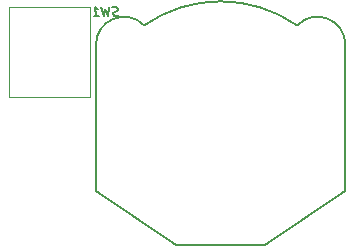
<source format=gbo>
G04 #@! TF.GenerationSoftware,KiCad,Pcbnew,(5.1.9)-1*
G04 #@! TF.CreationDate,2021-06-17T11:01:42+10:00*
G04 #@! TF.ProjectId,Clock_board,436c6f63-6b5f-4626-9f61-72642e6b6963,rev?*
G04 #@! TF.SameCoordinates,PX6f6d640PY5734380*
G04 #@! TF.FileFunction,Legend,Bot*
G04 #@! TF.FilePolarity,Positive*
%FSLAX46Y46*%
G04 Gerber Fmt 4.6, Leading zero omitted, Abs format (unit mm)*
G04 Created by KiCad (PCBNEW (5.1.9)-1) date 2021-06-17 11:01:42*
%MOMM*%
%LPD*%
G01*
G04 APERTURE LIST*
%ADD10C,0.120000*%
%ADD11C,0.200000*%
G04 APERTURE END LIST*
D10*
X1143000Y20447000D02*
X1143000Y12827000D01*
X1143000Y12827000D02*
X8001000Y12827000D01*
X8001000Y12827000D02*
X8001000Y20447000D01*
X8001000Y20447000D02*
X1143000Y20447000D01*
D11*
X15300000Y341000D02*
X8500000Y4891000D01*
X8500000Y4891000D02*
X8500000Y17272000D01*
X22800000Y341000D02*
X29600000Y4891000D01*
X29600000Y17272000D02*
X29600000Y4891000D01*
X22800000Y341000D02*
X15300000Y341000D01*
X25507771Y18922561D02*
G75*
G03*
X12573000Y18923000I-6467700J-9270560D01*
G01*
X8486474Y17272000D02*
G75*
G02*
X12573000Y18923000I2376774J0D01*
G01*
X29613295Y17271998D02*
G75*
G03*
X25527000Y18923000I-2376543J334D01*
G01*
X10419392Y19742191D02*
X10309869Y19704096D01*
X10119392Y19704096D01*
X10038440Y19742191D01*
X9995583Y19780286D01*
X9947964Y19856477D01*
X9938440Y19932667D01*
X9967011Y20008858D01*
X10000345Y20046953D01*
X10071773Y20085048D01*
X10219392Y20123143D01*
X10290821Y20161239D01*
X10324154Y20199334D01*
X10352726Y20275524D01*
X10343202Y20351715D01*
X10295583Y20427905D01*
X10252726Y20466000D01*
X10171773Y20504096D01*
X9981297Y20504096D01*
X9871773Y20466000D01*
X9600345Y20504096D02*
X9509869Y19704096D01*
X9286059Y20275524D01*
X9205107Y19704096D01*
X8914630Y20504096D01*
X8290821Y19704096D02*
X8747964Y19704096D01*
X8519392Y19704096D02*
X8419392Y20504096D01*
X8509869Y20389810D01*
X8595583Y20313620D01*
X8676535Y20275524D01*
M02*

</source>
